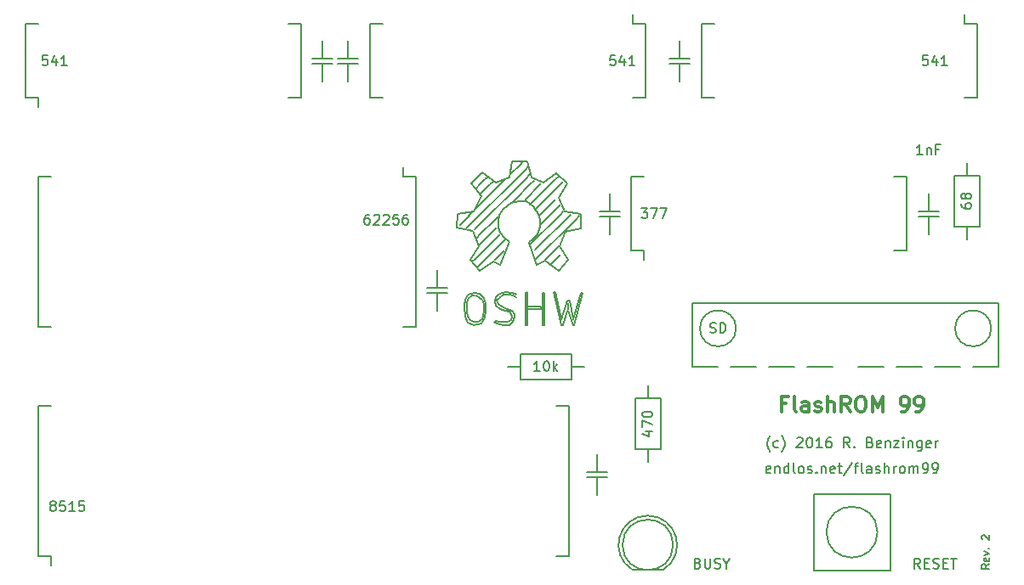
<source format=gto>
G04 #@! TF.FileFunction,Legend,Top*
%FSLAX46Y46*%
G04 Gerber Fmt 4.6, Leading zero omitted, Abs format (unit mm)*
G04 Created by KiCad (PCBNEW 4.0.2+e4-6225~38~ubuntu14.04.1-stable) date Thu 16 Jun 2016 02:06:54 PM CEST*
%MOMM*%
G01*
G04 APERTURE LIST*
%ADD10C,0.100000*%
%ADD11C,0.203200*%
%ADD12C,0.152400*%
%ADD13C,0.300000*%
%ADD14C,0.150000*%
G04 APERTURE END LIST*
D10*
D11*
X169672001Y-99471238D02*
X169575239Y-99519619D01*
X169381716Y-99519619D01*
X169284954Y-99471238D01*
X169236573Y-99374476D01*
X169236573Y-98987429D01*
X169284954Y-98890667D01*
X169381716Y-98842286D01*
X169575239Y-98842286D01*
X169672001Y-98890667D01*
X169720382Y-98987429D01*
X169720382Y-99084190D01*
X169236573Y-99180952D01*
X170155811Y-98842286D02*
X170155811Y-99519619D01*
X170155811Y-98939048D02*
X170204192Y-98890667D01*
X170300954Y-98842286D01*
X170446096Y-98842286D01*
X170542858Y-98890667D01*
X170591239Y-98987429D01*
X170591239Y-99519619D01*
X171510477Y-99519619D02*
X171510477Y-98503619D01*
X171510477Y-99471238D02*
X171413715Y-99519619D01*
X171220192Y-99519619D01*
X171123430Y-99471238D01*
X171075049Y-99422857D01*
X171026668Y-99326095D01*
X171026668Y-99035810D01*
X171075049Y-98939048D01*
X171123430Y-98890667D01*
X171220192Y-98842286D01*
X171413715Y-98842286D01*
X171510477Y-98890667D01*
X172139430Y-99519619D02*
X172042668Y-99471238D01*
X171994287Y-99374476D01*
X171994287Y-98503619D01*
X172671620Y-99519619D02*
X172574858Y-99471238D01*
X172526477Y-99422857D01*
X172478096Y-99326095D01*
X172478096Y-99035810D01*
X172526477Y-98939048D01*
X172574858Y-98890667D01*
X172671620Y-98842286D01*
X172816762Y-98842286D01*
X172913524Y-98890667D01*
X172961905Y-98939048D01*
X173010286Y-99035810D01*
X173010286Y-99326095D01*
X172961905Y-99422857D01*
X172913524Y-99471238D01*
X172816762Y-99519619D01*
X172671620Y-99519619D01*
X173397334Y-99471238D02*
X173494096Y-99519619D01*
X173687620Y-99519619D01*
X173784381Y-99471238D01*
X173832762Y-99374476D01*
X173832762Y-99326095D01*
X173784381Y-99229333D01*
X173687620Y-99180952D01*
X173542477Y-99180952D01*
X173445715Y-99132571D01*
X173397334Y-99035810D01*
X173397334Y-98987429D01*
X173445715Y-98890667D01*
X173542477Y-98842286D01*
X173687620Y-98842286D01*
X173784381Y-98890667D01*
X174268191Y-99422857D02*
X174316572Y-99471238D01*
X174268191Y-99519619D01*
X174219810Y-99471238D01*
X174268191Y-99422857D01*
X174268191Y-99519619D01*
X174752001Y-98842286D02*
X174752001Y-99519619D01*
X174752001Y-98939048D02*
X174800382Y-98890667D01*
X174897144Y-98842286D01*
X175042286Y-98842286D01*
X175139048Y-98890667D01*
X175187429Y-98987429D01*
X175187429Y-99519619D01*
X176058286Y-99471238D02*
X175961524Y-99519619D01*
X175768001Y-99519619D01*
X175671239Y-99471238D01*
X175622858Y-99374476D01*
X175622858Y-98987429D01*
X175671239Y-98890667D01*
X175768001Y-98842286D01*
X175961524Y-98842286D01*
X176058286Y-98890667D01*
X176106667Y-98987429D01*
X176106667Y-99084190D01*
X175622858Y-99180952D01*
X176396953Y-98842286D02*
X176784001Y-98842286D01*
X176542096Y-98503619D02*
X176542096Y-99374476D01*
X176590477Y-99471238D01*
X176687239Y-99519619D01*
X176784001Y-99519619D01*
X177848381Y-98455238D02*
X176977524Y-99761524D01*
X178041905Y-98842286D02*
X178428953Y-98842286D01*
X178187048Y-99519619D02*
X178187048Y-98648762D01*
X178235429Y-98552000D01*
X178332191Y-98503619D01*
X178428953Y-98503619D01*
X178912762Y-99519619D02*
X178816000Y-99471238D01*
X178767619Y-99374476D01*
X178767619Y-98503619D01*
X179735237Y-99519619D02*
X179735237Y-98987429D01*
X179686856Y-98890667D01*
X179590094Y-98842286D01*
X179396571Y-98842286D01*
X179299809Y-98890667D01*
X179735237Y-99471238D02*
X179638475Y-99519619D01*
X179396571Y-99519619D01*
X179299809Y-99471238D01*
X179251428Y-99374476D01*
X179251428Y-99277714D01*
X179299809Y-99180952D01*
X179396571Y-99132571D01*
X179638475Y-99132571D01*
X179735237Y-99084190D01*
X180170666Y-99471238D02*
X180267428Y-99519619D01*
X180460952Y-99519619D01*
X180557713Y-99471238D01*
X180606094Y-99374476D01*
X180606094Y-99326095D01*
X180557713Y-99229333D01*
X180460952Y-99180952D01*
X180315809Y-99180952D01*
X180219047Y-99132571D01*
X180170666Y-99035810D01*
X180170666Y-98987429D01*
X180219047Y-98890667D01*
X180315809Y-98842286D01*
X180460952Y-98842286D01*
X180557713Y-98890667D01*
X181041523Y-99519619D02*
X181041523Y-98503619D01*
X181476951Y-99519619D02*
X181476951Y-98987429D01*
X181428570Y-98890667D01*
X181331808Y-98842286D01*
X181186666Y-98842286D01*
X181089904Y-98890667D01*
X181041523Y-98939048D01*
X181960761Y-99519619D02*
X181960761Y-98842286D01*
X181960761Y-99035810D02*
X182009142Y-98939048D01*
X182057523Y-98890667D01*
X182154285Y-98842286D01*
X182251046Y-98842286D01*
X182734856Y-99519619D02*
X182638094Y-99471238D01*
X182589713Y-99422857D01*
X182541332Y-99326095D01*
X182541332Y-99035810D01*
X182589713Y-98939048D01*
X182638094Y-98890667D01*
X182734856Y-98842286D01*
X182879998Y-98842286D01*
X182976760Y-98890667D01*
X183025141Y-98939048D01*
X183073522Y-99035810D01*
X183073522Y-99326095D01*
X183025141Y-99422857D01*
X182976760Y-99471238D01*
X182879998Y-99519619D01*
X182734856Y-99519619D01*
X183508951Y-99519619D02*
X183508951Y-98842286D01*
X183508951Y-98939048D02*
X183557332Y-98890667D01*
X183654094Y-98842286D01*
X183799236Y-98842286D01*
X183895998Y-98890667D01*
X183944379Y-98987429D01*
X183944379Y-99519619D01*
X183944379Y-98987429D02*
X183992760Y-98890667D01*
X184089522Y-98842286D01*
X184234665Y-98842286D01*
X184331427Y-98890667D01*
X184379808Y-98987429D01*
X184379808Y-99519619D01*
X184911999Y-99519619D02*
X185105523Y-99519619D01*
X185202284Y-99471238D01*
X185250665Y-99422857D01*
X185347427Y-99277714D01*
X185395808Y-99084190D01*
X185395808Y-98697143D01*
X185347427Y-98600381D01*
X185299046Y-98552000D01*
X185202284Y-98503619D01*
X185008761Y-98503619D01*
X184911999Y-98552000D01*
X184863618Y-98600381D01*
X184815237Y-98697143D01*
X184815237Y-98939048D01*
X184863618Y-99035810D01*
X184911999Y-99084190D01*
X185008761Y-99132571D01*
X185202284Y-99132571D01*
X185299046Y-99084190D01*
X185347427Y-99035810D01*
X185395808Y-98939048D01*
X185879618Y-99519619D02*
X186073142Y-99519619D01*
X186169903Y-99471238D01*
X186218284Y-99422857D01*
X186315046Y-99277714D01*
X186363427Y-99084190D01*
X186363427Y-98697143D01*
X186315046Y-98600381D01*
X186266665Y-98552000D01*
X186169903Y-98503619D01*
X185976380Y-98503619D01*
X185879618Y-98552000D01*
X185831237Y-98600381D01*
X185782856Y-98697143D01*
X185782856Y-98939048D01*
X185831237Y-99035810D01*
X185879618Y-99084190D01*
X185976380Y-99132571D01*
X186169903Y-99132571D01*
X186266665Y-99084190D01*
X186315046Y-99035810D01*
X186363427Y-98939048D01*
D12*
X191479714Y-108603143D02*
X191116857Y-108857143D01*
X191479714Y-109038571D02*
X190717714Y-109038571D01*
X190717714Y-108748286D01*
X190754000Y-108675714D01*
X190790286Y-108639429D01*
X190862857Y-108603143D01*
X190971714Y-108603143D01*
X191044286Y-108639429D01*
X191080571Y-108675714D01*
X191116857Y-108748286D01*
X191116857Y-109038571D01*
X191443429Y-107986286D02*
X191479714Y-108058857D01*
X191479714Y-108204000D01*
X191443429Y-108276571D01*
X191370857Y-108312857D01*
X191080571Y-108312857D01*
X191008000Y-108276571D01*
X190971714Y-108204000D01*
X190971714Y-108058857D01*
X191008000Y-107986286D01*
X191080571Y-107950000D01*
X191153143Y-107950000D01*
X191225714Y-108312857D01*
X190971714Y-107696000D02*
X191479714Y-107514571D01*
X190971714Y-107333143D01*
X191407143Y-107042857D02*
X191443429Y-107006572D01*
X191479714Y-107042857D01*
X191443429Y-107079143D01*
X191407143Y-107042857D01*
X191479714Y-107042857D01*
X190790286Y-106135715D02*
X190754000Y-106099429D01*
X190717714Y-106026858D01*
X190717714Y-105845429D01*
X190754000Y-105772858D01*
X190790286Y-105736572D01*
X190862857Y-105700287D01*
X190935429Y-105700287D01*
X191044286Y-105736572D01*
X191479714Y-106172001D01*
X191479714Y-105700287D01*
D11*
X169647810Y-97366667D02*
X169599430Y-97318286D01*
X169502668Y-97173143D01*
X169454287Y-97076381D01*
X169405906Y-96931238D01*
X169357525Y-96689333D01*
X169357525Y-96495810D01*
X169405906Y-96253905D01*
X169454287Y-96108762D01*
X169502668Y-96012000D01*
X169599430Y-95866857D01*
X169647810Y-95818476D01*
X170470286Y-96931238D02*
X170373524Y-96979619D01*
X170180001Y-96979619D01*
X170083239Y-96931238D01*
X170034858Y-96882857D01*
X169986477Y-96786095D01*
X169986477Y-96495810D01*
X170034858Y-96399048D01*
X170083239Y-96350667D01*
X170180001Y-96302286D01*
X170373524Y-96302286D01*
X170470286Y-96350667D01*
X170808953Y-97366667D02*
X170857334Y-97318286D01*
X170954096Y-97173143D01*
X171002477Y-97076381D01*
X171050858Y-96931238D01*
X171099239Y-96689333D01*
X171099239Y-96495810D01*
X171050858Y-96253905D01*
X171002477Y-96108762D01*
X170954096Y-96012000D01*
X170857334Y-95866857D01*
X170808953Y-95818476D01*
X172308762Y-96060381D02*
X172357143Y-96012000D01*
X172453905Y-95963619D01*
X172695809Y-95963619D01*
X172792571Y-96012000D01*
X172840952Y-96060381D01*
X172889333Y-96157143D01*
X172889333Y-96253905D01*
X172840952Y-96399048D01*
X172260381Y-96979619D01*
X172889333Y-96979619D01*
X173518286Y-95963619D02*
X173615047Y-95963619D01*
X173711809Y-96012000D01*
X173760190Y-96060381D01*
X173808571Y-96157143D01*
X173856952Y-96350667D01*
X173856952Y-96592571D01*
X173808571Y-96786095D01*
X173760190Y-96882857D01*
X173711809Y-96931238D01*
X173615047Y-96979619D01*
X173518286Y-96979619D01*
X173421524Y-96931238D01*
X173373143Y-96882857D01*
X173324762Y-96786095D01*
X173276381Y-96592571D01*
X173276381Y-96350667D01*
X173324762Y-96157143D01*
X173373143Y-96060381D01*
X173421524Y-96012000D01*
X173518286Y-95963619D01*
X174824571Y-96979619D02*
X174244000Y-96979619D01*
X174534286Y-96979619D02*
X174534286Y-95963619D01*
X174437524Y-96108762D01*
X174340762Y-96205524D01*
X174244000Y-96253905D01*
X175695428Y-95963619D02*
X175501905Y-95963619D01*
X175405143Y-96012000D01*
X175356762Y-96060381D01*
X175260000Y-96205524D01*
X175211619Y-96399048D01*
X175211619Y-96786095D01*
X175260000Y-96882857D01*
X175308381Y-96931238D01*
X175405143Y-96979619D01*
X175598666Y-96979619D01*
X175695428Y-96931238D01*
X175743809Y-96882857D01*
X175792190Y-96786095D01*
X175792190Y-96544190D01*
X175743809Y-96447429D01*
X175695428Y-96399048D01*
X175598666Y-96350667D01*
X175405143Y-96350667D01*
X175308381Y-96399048D01*
X175260000Y-96447429D01*
X175211619Y-96544190D01*
X177582285Y-96979619D02*
X177243619Y-96495810D01*
X177001714Y-96979619D02*
X177001714Y-95963619D01*
X177388761Y-95963619D01*
X177485523Y-96012000D01*
X177533904Y-96060381D01*
X177582285Y-96157143D01*
X177582285Y-96302286D01*
X177533904Y-96399048D01*
X177485523Y-96447429D01*
X177388761Y-96495810D01*
X177001714Y-96495810D01*
X178017714Y-96882857D02*
X178066095Y-96931238D01*
X178017714Y-96979619D01*
X177969333Y-96931238D01*
X178017714Y-96882857D01*
X178017714Y-96979619D01*
X179614285Y-96447429D02*
X179759428Y-96495810D01*
X179807809Y-96544190D01*
X179856190Y-96640952D01*
X179856190Y-96786095D01*
X179807809Y-96882857D01*
X179759428Y-96931238D01*
X179662666Y-96979619D01*
X179275619Y-96979619D01*
X179275619Y-95963619D01*
X179614285Y-95963619D01*
X179711047Y-96012000D01*
X179759428Y-96060381D01*
X179807809Y-96157143D01*
X179807809Y-96253905D01*
X179759428Y-96350667D01*
X179711047Y-96399048D01*
X179614285Y-96447429D01*
X179275619Y-96447429D01*
X180678666Y-96931238D02*
X180581904Y-96979619D01*
X180388381Y-96979619D01*
X180291619Y-96931238D01*
X180243238Y-96834476D01*
X180243238Y-96447429D01*
X180291619Y-96350667D01*
X180388381Y-96302286D01*
X180581904Y-96302286D01*
X180678666Y-96350667D01*
X180727047Y-96447429D01*
X180727047Y-96544190D01*
X180243238Y-96640952D01*
X181162476Y-96302286D02*
X181162476Y-96979619D01*
X181162476Y-96399048D02*
X181210857Y-96350667D01*
X181307619Y-96302286D01*
X181452761Y-96302286D01*
X181549523Y-96350667D01*
X181597904Y-96447429D01*
X181597904Y-96979619D01*
X181984952Y-96302286D02*
X182517142Y-96302286D01*
X181984952Y-96979619D01*
X182517142Y-96979619D01*
X182904190Y-96979619D02*
X182904190Y-96302286D01*
X182904190Y-95963619D02*
X182855809Y-96012000D01*
X182904190Y-96060381D01*
X182952571Y-96012000D01*
X182904190Y-95963619D01*
X182904190Y-96060381D01*
X183388000Y-96302286D02*
X183388000Y-96979619D01*
X183388000Y-96399048D02*
X183436381Y-96350667D01*
X183533143Y-96302286D01*
X183678285Y-96302286D01*
X183775047Y-96350667D01*
X183823428Y-96447429D01*
X183823428Y-96979619D01*
X184742666Y-96302286D02*
X184742666Y-97124762D01*
X184694285Y-97221524D01*
X184645904Y-97269905D01*
X184549143Y-97318286D01*
X184404000Y-97318286D01*
X184307238Y-97269905D01*
X184742666Y-96931238D02*
X184645904Y-96979619D01*
X184452381Y-96979619D01*
X184355619Y-96931238D01*
X184307238Y-96882857D01*
X184258857Y-96786095D01*
X184258857Y-96495810D01*
X184307238Y-96399048D01*
X184355619Y-96350667D01*
X184452381Y-96302286D01*
X184645904Y-96302286D01*
X184742666Y-96350667D01*
X185613523Y-96931238D02*
X185516761Y-96979619D01*
X185323238Y-96979619D01*
X185226476Y-96931238D01*
X185178095Y-96834476D01*
X185178095Y-96447429D01*
X185226476Y-96350667D01*
X185323238Y-96302286D01*
X185516761Y-96302286D01*
X185613523Y-96350667D01*
X185661904Y-96447429D01*
X185661904Y-96544190D01*
X185178095Y-96640952D01*
X186097333Y-96979619D02*
X186097333Y-96302286D01*
X186097333Y-96495810D02*
X186145714Y-96399048D01*
X186194095Y-96350667D01*
X186290857Y-96302286D01*
X186387618Y-96302286D01*
D13*
X171264286Y-92602857D02*
X170764286Y-92602857D01*
X170764286Y-93388571D02*
X170764286Y-91888571D01*
X171478572Y-91888571D01*
X172264286Y-93388571D02*
X172121428Y-93317143D01*
X172050000Y-93174286D01*
X172050000Y-91888571D01*
X173478571Y-93388571D02*
X173478571Y-92602857D01*
X173407142Y-92460000D01*
X173264285Y-92388571D01*
X172978571Y-92388571D01*
X172835714Y-92460000D01*
X173478571Y-93317143D02*
X173335714Y-93388571D01*
X172978571Y-93388571D01*
X172835714Y-93317143D01*
X172764285Y-93174286D01*
X172764285Y-93031429D01*
X172835714Y-92888571D01*
X172978571Y-92817143D01*
X173335714Y-92817143D01*
X173478571Y-92745714D01*
X174121428Y-93317143D02*
X174264285Y-93388571D01*
X174550000Y-93388571D01*
X174692857Y-93317143D01*
X174764285Y-93174286D01*
X174764285Y-93102857D01*
X174692857Y-92960000D01*
X174550000Y-92888571D01*
X174335714Y-92888571D01*
X174192857Y-92817143D01*
X174121428Y-92674286D01*
X174121428Y-92602857D01*
X174192857Y-92460000D01*
X174335714Y-92388571D01*
X174550000Y-92388571D01*
X174692857Y-92460000D01*
X175407143Y-93388571D02*
X175407143Y-91888571D01*
X176050000Y-93388571D02*
X176050000Y-92602857D01*
X175978571Y-92460000D01*
X175835714Y-92388571D01*
X175621429Y-92388571D01*
X175478571Y-92460000D01*
X175407143Y-92531429D01*
X177621429Y-93388571D02*
X177121429Y-92674286D01*
X176764286Y-93388571D02*
X176764286Y-91888571D01*
X177335714Y-91888571D01*
X177478572Y-91960000D01*
X177550000Y-92031429D01*
X177621429Y-92174286D01*
X177621429Y-92388571D01*
X177550000Y-92531429D01*
X177478572Y-92602857D01*
X177335714Y-92674286D01*
X176764286Y-92674286D01*
X178550000Y-91888571D02*
X178835714Y-91888571D01*
X178978572Y-91960000D01*
X179121429Y-92102857D01*
X179192857Y-92388571D01*
X179192857Y-92888571D01*
X179121429Y-93174286D01*
X178978572Y-93317143D01*
X178835714Y-93388571D01*
X178550000Y-93388571D01*
X178407143Y-93317143D01*
X178264286Y-93174286D01*
X178192857Y-92888571D01*
X178192857Y-92388571D01*
X178264286Y-92102857D01*
X178407143Y-91960000D01*
X178550000Y-91888571D01*
X179835715Y-93388571D02*
X179835715Y-91888571D01*
X180335715Y-92960000D01*
X180835715Y-91888571D01*
X180835715Y-93388571D01*
X182764286Y-93388571D02*
X183050001Y-93388571D01*
X183192858Y-93317143D01*
X183264286Y-93245714D01*
X183407144Y-93031429D01*
X183478572Y-92745714D01*
X183478572Y-92174286D01*
X183407144Y-92031429D01*
X183335715Y-91960000D01*
X183192858Y-91888571D01*
X182907144Y-91888571D01*
X182764286Y-91960000D01*
X182692858Y-92031429D01*
X182621429Y-92174286D01*
X182621429Y-92531429D01*
X182692858Y-92674286D01*
X182764286Y-92745714D01*
X182907144Y-92817143D01*
X183192858Y-92817143D01*
X183335715Y-92745714D01*
X183407144Y-92674286D01*
X183478572Y-92531429D01*
X184192857Y-93388571D02*
X184478572Y-93388571D01*
X184621429Y-93317143D01*
X184692857Y-93245714D01*
X184835715Y-93031429D01*
X184907143Y-92745714D01*
X184907143Y-92174286D01*
X184835715Y-92031429D01*
X184764286Y-91960000D01*
X184621429Y-91888571D01*
X184335715Y-91888571D01*
X184192857Y-91960000D01*
X184121429Y-92031429D01*
X184050000Y-92174286D01*
X184050000Y-92531429D01*
X184121429Y-92674286D01*
X184192857Y-92745714D01*
X184335715Y-92817143D01*
X184621429Y-92817143D01*
X184764286Y-92745714D01*
X184835715Y-92674286D01*
X184907143Y-92531429D01*
D14*
X161925000Y-82550000D02*
X161925000Y-88900000D01*
X192405000Y-82550000D02*
X192405000Y-88900000D01*
X180975000Y-88900000D02*
X178435000Y-88900000D01*
X184785000Y-88900000D02*
X182245000Y-88900000D01*
X188595000Y-88900000D02*
X186055000Y-88900000D01*
X192405000Y-88900000D02*
X189865000Y-88900000D01*
X173355000Y-88900000D02*
X175895000Y-88900000D01*
X169545000Y-88900000D02*
X172085000Y-88900000D01*
X165735000Y-88900000D02*
X168275000Y-88900000D01*
X161925000Y-88900000D02*
X164465000Y-88900000D01*
X161925000Y-82550000D02*
X192405000Y-82550000D01*
X191661051Y-85090000D02*
G75*
G03X191661051Y-85090000I-1796051J0D01*
G01*
X166261051Y-85090000D02*
G75*
G03X166261051Y-85090000I-1796051J0D01*
G01*
X96765000Y-107815000D02*
X98035000Y-107815000D01*
X96765000Y-92845000D02*
X98035000Y-92845000D01*
X149615000Y-92845000D02*
X148345000Y-92845000D01*
X149615000Y-107815000D02*
X148345000Y-107815000D01*
X96765000Y-107815000D02*
X96765000Y-92845000D01*
X149615000Y-107815000D02*
X149615000Y-92845000D01*
X98035000Y-107815000D02*
X98035000Y-108750000D01*
X155820000Y-77335000D02*
X157090000Y-77335000D01*
X155820000Y-69985000D02*
X157090000Y-69985000D01*
X183270000Y-69985000D02*
X182000000Y-69985000D01*
X183270000Y-77335000D02*
X182000000Y-77335000D01*
X155820000Y-77335000D02*
X155820000Y-69985000D01*
X183270000Y-77335000D02*
X183270000Y-69985000D01*
X157090000Y-77335000D02*
X157090000Y-78270000D01*
X124079000Y-58166000D02*
X126111000Y-58166000D01*
X124079000Y-58674000D02*
X125857000Y-58674000D01*
X125857000Y-58674000D02*
X126111000Y-58674000D01*
X125095000Y-58166000D02*
X125095000Y-56388000D01*
X125095000Y-60452000D02*
X125095000Y-58674000D01*
X157235000Y-54745000D02*
X155965000Y-54745000D01*
X157235000Y-62095000D02*
X155965000Y-62095000D01*
X129785000Y-62095000D02*
X131055000Y-62095000D01*
X129785000Y-54745000D02*
X131055000Y-54745000D01*
X157235000Y-54745000D02*
X157235000Y-62095000D01*
X129785000Y-54745000D02*
X129785000Y-62095000D01*
X155965000Y-54745000D02*
X155965000Y-53810000D01*
X159004904Y-109164888D02*
G75*
G03X155980000Y-109180000I-1524904J2484888D01*
G01*
X158980000Y-109180000D02*
X155980000Y-109180000D01*
X159997936Y-106680000D02*
G75*
G03X159997936Y-106680000I-2517936J0D01*
G01*
X180340000Y-105410000D02*
G75*
G03X180340000Y-105410000I-2540000J0D01*
G01*
X181610000Y-109220000D02*
X173990000Y-109220000D01*
X173990000Y-109220000D02*
X173990000Y-101600000D01*
X173990000Y-101600000D02*
X181610000Y-101600000D01*
X181610000Y-109220000D02*
X181610000Y-101600000D01*
X190255000Y-54745000D02*
X188985000Y-54745000D01*
X190255000Y-62095000D02*
X188985000Y-62095000D01*
X162805000Y-62095000D02*
X164075000Y-62095000D01*
X162805000Y-54745000D02*
X164075000Y-54745000D01*
X190255000Y-54745000D02*
X190255000Y-62095000D01*
X162805000Y-54745000D02*
X162805000Y-62095000D01*
X188985000Y-54745000D02*
X188985000Y-53810000D01*
X95495000Y-62095000D02*
X96765000Y-62095000D01*
X95495000Y-54745000D02*
X96765000Y-54745000D01*
X122945000Y-54745000D02*
X121675000Y-54745000D01*
X122945000Y-62095000D02*
X121675000Y-62095000D01*
X95495000Y-62095000D02*
X95495000Y-54745000D01*
X122945000Y-62095000D02*
X122945000Y-54745000D01*
X96765000Y-62095000D02*
X96765000Y-63030000D01*
X134375000Y-69985000D02*
X133105000Y-69985000D01*
X134375000Y-84955000D02*
X133105000Y-84955000D01*
X96765000Y-84955000D02*
X98035000Y-84955000D01*
X96765000Y-69985000D02*
X98035000Y-69985000D01*
X134375000Y-69985000D02*
X134375000Y-84955000D01*
X96765000Y-69985000D02*
X96765000Y-84955000D01*
X133105000Y-69985000D02*
X133105000Y-69050000D01*
X128651000Y-58674000D02*
X126619000Y-58674000D01*
X128651000Y-58166000D02*
X126873000Y-58166000D01*
X126873000Y-58166000D02*
X126619000Y-58166000D01*
X127635000Y-58674000D02*
X127635000Y-60452000D01*
X127635000Y-56388000D02*
X127635000Y-58166000D01*
X161671000Y-58674000D02*
X159639000Y-58674000D01*
X161671000Y-58166000D02*
X159893000Y-58166000D01*
X159893000Y-58166000D02*
X159639000Y-58166000D01*
X160655000Y-58674000D02*
X160655000Y-60452000D01*
X160655000Y-56388000D02*
X160655000Y-58166000D01*
X152654000Y-73406000D02*
X154686000Y-73406000D01*
X152654000Y-73914000D02*
X154432000Y-73914000D01*
X154432000Y-73914000D02*
X154686000Y-73914000D01*
X153670000Y-73406000D02*
X153670000Y-71628000D01*
X153670000Y-75692000D02*
X153670000Y-73914000D01*
X137541000Y-81534000D02*
X135509000Y-81534000D01*
X137541000Y-81026000D02*
X135763000Y-81026000D01*
X135763000Y-81026000D02*
X135509000Y-81026000D01*
X136525000Y-81534000D02*
X136525000Y-83312000D01*
X136525000Y-79248000D02*
X136525000Y-81026000D01*
X153416000Y-99949000D02*
X151384000Y-99949000D01*
X153416000Y-99441000D02*
X151638000Y-99441000D01*
X151638000Y-99441000D02*
X151384000Y-99441000D01*
X152400000Y-99949000D02*
X152400000Y-101727000D01*
X152400000Y-97663000D02*
X152400000Y-99441000D01*
X186436000Y-73914000D02*
X184404000Y-73914000D01*
X186436000Y-73406000D02*
X184658000Y-73406000D01*
X184658000Y-73406000D02*
X184404000Y-73406000D01*
X185420000Y-73914000D02*
X185420000Y-75692000D01*
X185420000Y-71628000D02*
X185420000Y-73406000D01*
X145280380Y-69245480D02*
X139379960Y-75145900D01*
X139679680Y-73845420D02*
X140180060Y-73345040D01*
X144279620Y-72245220D02*
X143979900Y-72544940D01*
X142280640Y-75244960D02*
X142478760Y-75044300D01*
X141279880Y-70246240D02*
X141480540Y-70045580D01*
X140779500Y-70744080D02*
X140380720Y-71145400D01*
X141780260Y-70744080D02*
X142079980Y-70444360D01*
X142781020Y-70744080D02*
X143278860Y-70246240D01*
X144780000Y-68745100D02*
X144980660Y-68544440D01*
X145280380Y-69245480D02*
X145580100Y-68945760D01*
X145280380Y-70246240D02*
X145780760Y-69745860D01*
X146778980Y-70744080D02*
X146880580Y-70645020D01*
X145780760Y-70744080D02*
X146179540Y-70345300D01*
X148280120Y-70246240D02*
X148579840Y-69943980D01*
X148780500Y-70744080D02*
X149080220Y-70444360D01*
X140779500Y-75745340D02*
X140479780Y-76045060D01*
X142280640Y-74244200D02*
X142580360Y-73944480D01*
X140180060Y-78244700D02*
X139979400Y-78445360D01*
X142280640Y-76245720D02*
X142781020Y-75745340D01*
X140779500Y-78745080D02*
X140578840Y-78945740D01*
X142781020Y-76746100D02*
X143278860Y-76245720D01*
X142781020Y-77744320D02*
X143179800Y-77345540D01*
X148280120Y-73245980D02*
X148780500Y-72745600D01*
X148780500Y-73743820D02*
X149080220Y-73444100D01*
X148280120Y-77243940D02*
X148678900Y-76845160D01*
X150279100Y-74244200D02*
X150680420Y-73845420D01*
X148780500Y-77744320D02*
X147779740Y-78745080D01*
X148280120Y-77243940D02*
X147279360Y-78244700D01*
X150279100Y-74244200D02*
X146281140Y-78244700D01*
X149781260Y-73743820D02*
X146281140Y-77243940D01*
X148780500Y-73743820D02*
X145780760Y-76746100D01*
X142781020Y-77744320D02*
X142280640Y-78244700D01*
X142781020Y-76746100D02*
X140779500Y-78745080D01*
X142280640Y-76245720D02*
X140279120Y-78244700D01*
X142280640Y-75244960D02*
X140779500Y-76746100D01*
X142280640Y-74244200D02*
X140779500Y-75745340D01*
X144780000Y-68745100D02*
X143779240Y-69745860D01*
X141279880Y-70246240D02*
X140779500Y-70744080D01*
X141780260Y-70744080D02*
X140779500Y-71744840D01*
X139778740Y-73743820D02*
X138780520Y-74744580D01*
X142781020Y-70744080D02*
X140279120Y-73245980D01*
X145280380Y-70246240D02*
X140279120Y-75244960D01*
X148280120Y-73245980D02*
X146778980Y-74744580D01*
X148280120Y-72245220D02*
X146778980Y-73743820D01*
X145780760Y-70744080D02*
X144279620Y-72245220D01*
X148780500Y-70744080D02*
X146281140Y-73245980D01*
X148280120Y-70246240D02*
X145780760Y-72745600D01*
X146778980Y-70744080D02*
X145280380Y-72245220D01*
X149580600Y-82544920D02*
X149580600Y-83144360D01*
X148079460Y-81445100D02*
X148879560Y-84744560D01*
X148879560Y-84744560D02*
X149080220Y-84744560D01*
X149080220Y-84744560D02*
X149479000Y-83345020D01*
X149479000Y-83345020D02*
X149580600Y-83345020D01*
X149580600Y-83345020D02*
X150080980Y-84744560D01*
X150080980Y-84744560D02*
X150180040Y-84744560D01*
X150180040Y-84744560D02*
X150980140Y-81544160D01*
X150980140Y-81544160D02*
X150779480Y-81544160D01*
X150779480Y-81544160D02*
X150080980Y-84145120D01*
X150080980Y-84145120D02*
X149679660Y-82344260D01*
X149679660Y-82344260D02*
X149479000Y-82344260D01*
X149479000Y-82344260D02*
X148879560Y-84145120D01*
X148879560Y-84145120D02*
X148280120Y-81445100D01*
X148280120Y-81445100D02*
X148079460Y-81445100D01*
X145379440Y-82946240D02*
X146880580Y-82946240D01*
X146880580Y-82946240D02*
X146880580Y-83144360D01*
X146880580Y-83144360D02*
X145481040Y-83144360D01*
X146979640Y-81544160D02*
X146979640Y-84744560D01*
X146979640Y-84744560D02*
X147180300Y-84744560D01*
X147180300Y-84744560D02*
X147180300Y-81544160D01*
X147180300Y-81544160D02*
X146979640Y-81544160D01*
X145481040Y-81445100D02*
X145379440Y-81445100D01*
X145280380Y-81445100D02*
X145280380Y-84744560D01*
X145280380Y-84744560D02*
X145481040Y-84744560D01*
X145481040Y-84744560D02*
X145481040Y-81445100D01*
X144381220Y-81744820D02*
X144279620Y-81645760D01*
X144279620Y-81645760D02*
X143880840Y-81544160D01*
X143880840Y-81544160D02*
X143380460Y-81445100D01*
X143380460Y-81445100D02*
X142679420Y-81645760D01*
X142679420Y-81645760D02*
X142379700Y-81945480D01*
X142379700Y-81945480D02*
X142280640Y-82445860D01*
X142280640Y-82445860D02*
X142379700Y-82844640D01*
X142379700Y-82844640D02*
X142781020Y-83144360D01*
X142781020Y-83144360D02*
X143278860Y-83345020D01*
X143278860Y-83345020D02*
X143680180Y-83444080D01*
X143680180Y-83444080D02*
X143880840Y-83644740D01*
X143880840Y-83644740D02*
X143979900Y-83944460D01*
X143979900Y-83944460D02*
X143880840Y-84244180D01*
X143880840Y-84244180D02*
X143581120Y-84444840D01*
X143581120Y-84444840D02*
X143179800Y-84444840D01*
X143179800Y-84444840D02*
X142679420Y-84444840D01*
X142679420Y-84444840D02*
X142379700Y-84345780D01*
X142379700Y-84345780D02*
X142179040Y-84444840D01*
X142179040Y-84444840D02*
X142478760Y-84645500D01*
X142478760Y-84645500D02*
X143080740Y-84744560D01*
X143080740Y-84744560D02*
X143680180Y-84744560D01*
X143680180Y-84744560D02*
X144078960Y-84444840D01*
X144078960Y-84444840D02*
X144180560Y-83944460D01*
X144180560Y-83944460D02*
X144180560Y-83644740D01*
X144180560Y-83644740D02*
X143979900Y-83345020D01*
X143979900Y-83345020D02*
X143479520Y-83144360D01*
X143479520Y-83144360D02*
X142979140Y-82946240D01*
X142979140Y-82946240D02*
X142580360Y-82643980D01*
X142580360Y-82643980D02*
X142478760Y-82344260D01*
X142478760Y-82344260D02*
X142679420Y-82044540D01*
X142679420Y-82044540D02*
X143080740Y-81744820D01*
X143080740Y-81744820D02*
X143680180Y-81744820D01*
X143680180Y-81744820D02*
X144078960Y-81843880D01*
X144078960Y-81843880D02*
X144381220Y-81945480D01*
X140279120Y-81843880D02*
X139979400Y-81843880D01*
X139979400Y-81843880D02*
X139580620Y-82146140D01*
X139580620Y-82146140D02*
X139479020Y-82643980D01*
X139479020Y-82643980D02*
X139479020Y-83444080D01*
X139479020Y-83444080D02*
X139580620Y-83944460D01*
X139580620Y-83944460D02*
X139778740Y-84244180D01*
X139778740Y-84244180D02*
X140180060Y-84444840D01*
X140180060Y-84444840D02*
X140578840Y-84444840D01*
X140578840Y-84444840D02*
X140980160Y-84145120D01*
X140980160Y-84145120D02*
X141180820Y-83444080D01*
X141180820Y-83444080D02*
X141180820Y-82643980D01*
X141180820Y-82643980D02*
X140980160Y-82245200D01*
X140980160Y-82245200D02*
X140779500Y-82044540D01*
X140779500Y-82044540D02*
X140380720Y-81843880D01*
X140279120Y-81544160D02*
X139880340Y-81645760D01*
X139880340Y-81645760D02*
X139580620Y-81744820D01*
X139580620Y-81744820D02*
X139280900Y-82245200D01*
X139280900Y-82245200D02*
X139179300Y-82844640D01*
X139179300Y-82844640D02*
X139280900Y-83944460D01*
X139280900Y-83944460D02*
X139580620Y-84543900D01*
X139580620Y-84543900D02*
X140180060Y-84744560D01*
X140180060Y-84744560D02*
X140881100Y-84645500D01*
X140881100Y-84645500D02*
X141279880Y-84046060D01*
X141279880Y-84046060D02*
X141378940Y-83345020D01*
X141378940Y-83345020D02*
X141378940Y-82643980D01*
X141378940Y-82643980D02*
X141180820Y-82044540D01*
X141180820Y-82044540D02*
X140779500Y-81645760D01*
X140779500Y-81645760D02*
X140279120Y-81544160D01*
X143680180Y-76446380D02*
X143179800Y-76045060D01*
X143179800Y-76045060D02*
X142781020Y-75544680D01*
X142781020Y-75544680D02*
X142580360Y-75044300D01*
X142580360Y-75044300D02*
X142580360Y-74345800D01*
X142580360Y-74345800D02*
X142681960Y-73746360D01*
X142681960Y-73746360D02*
X143080740Y-73144380D01*
X143080740Y-73144380D02*
X143880840Y-72544940D01*
X143880840Y-72544940D02*
X144680940Y-72445880D01*
X144680940Y-72445880D02*
X145381980Y-72445880D01*
X145381980Y-72445880D02*
X146080480Y-72946260D01*
X146080480Y-72946260D02*
X146580860Y-73644760D01*
X146580860Y-73644760D02*
X146781520Y-74244200D01*
X146781520Y-74244200D02*
X146781520Y-74945240D01*
X146781520Y-74945240D02*
X146481800Y-75745340D01*
X146481800Y-75745340D02*
X145981420Y-76245720D01*
X145981420Y-76245720D02*
X145681700Y-76446380D01*
X145681700Y-76545440D02*
X146431000Y-78795880D01*
X146431000Y-78795880D02*
X147281900Y-78346300D01*
X147281900Y-78346300D02*
X148579840Y-79344520D01*
X148579840Y-79344520D02*
X149580600Y-78244700D01*
X149580600Y-78244700D02*
X148681440Y-76944220D01*
X148681440Y-76944220D02*
X149181820Y-75646280D01*
X149181820Y-75646280D02*
X149181820Y-75445620D01*
X149181820Y-75445620D02*
X150782020Y-75145900D01*
X150782020Y-75145900D02*
X150782020Y-73644760D01*
X150782020Y-73644760D02*
X149181820Y-73446640D01*
X149181820Y-73446640D02*
X148579840Y-72044560D01*
X148579840Y-72044560D02*
X149481540Y-70645020D01*
X149481540Y-70645020D02*
X148381720Y-69644260D01*
X148381720Y-69644260D02*
X147081240Y-70545960D01*
X147081240Y-70545960D02*
X145879820Y-70045580D01*
X145879820Y-70045580D02*
X145481040Y-68445380D01*
X145481040Y-68445380D02*
X143979900Y-68445380D01*
X143979900Y-68445380D02*
X143680180Y-70045580D01*
X143680180Y-70045580D02*
X142379700Y-70545960D01*
X142379700Y-70545960D02*
X140980160Y-69545200D01*
X140980160Y-69545200D02*
X139880340Y-70645020D01*
X139880340Y-70645020D02*
X140881100Y-71945500D01*
X140881100Y-71945500D02*
X140180060Y-73446640D01*
X140180060Y-73446640D02*
X138579860Y-73644760D01*
X138579860Y-73644760D02*
X138480800Y-75044300D01*
X138480800Y-75044300D02*
X140081000Y-75346560D01*
X140081000Y-75346560D02*
X140680440Y-76944220D01*
X140680440Y-76944220D02*
X139781280Y-78244700D01*
X139781280Y-78244700D02*
X140782040Y-79344520D01*
X140782040Y-79344520D02*
X142079980Y-78445360D01*
X142079980Y-78445360D02*
X142781020Y-78745080D01*
X142781020Y-78745080D02*
X143680180Y-76446380D01*
X187960000Y-74930000D02*
X187960000Y-69850000D01*
X187960000Y-69850000D02*
X190500000Y-69850000D01*
X190500000Y-69850000D02*
X190500000Y-74930000D01*
X190500000Y-74930000D02*
X187960000Y-74930000D01*
X189230000Y-74930000D02*
X189230000Y-76200000D01*
X189230000Y-69850000D02*
X189230000Y-68580000D01*
X156210000Y-97155000D02*
X156210000Y-92075000D01*
X156210000Y-92075000D02*
X158750000Y-92075000D01*
X158750000Y-92075000D02*
X158750000Y-97155000D01*
X158750000Y-97155000D02*
X156210000Y-97155000D01*
X157480000Y-97155000D02*
X157480000Y-98425000D01*
X157480000Y-92075000D02*
X157480000Y-90805000D01*
X144780000Y-87630000D02*
X149860000Y-87630000D01*
X149860000Y-87630000D02*
X149860000Y-90170000D01*
X149860000Y-90170000D02*
X144780000Y-90170000D01*
X144780000Y-90170000D02*
X144780000Y-87630000D01*
X144780000Y-88900000D02*
X143510000Y-88900000D01*
X149860000Y-88900000D02*
X151130000Y-88900000D01*
X163679286Y-85494762D02*
X163822143Y-85542381D01*
X164060239Y-85542381D01*
X164155477Y-85494762D01*
X164203096Y-85447143D01*
X164250715Y-85351905D01*
X164250715Y-85256667D01*
X164203096Y-85161429D01*
X164155477Y-85113810D01*
X164060239Y-85066190D01*
X163869762Y-85018571D01*
X163774524Y-84970952D01*
X163726905Y-84923333D01*
X163679286Y-84828095D01*
X163679286Y-84732857D01*
X163726905Y-84637619D01*
X163774524Y-84590000D01*
X163869762Y-84542381D01*
X164107858Y-84542381D01*
X164250715Y-84590000D01*
X164679286Y-85542381D02*
X164679286Y-84542381D01*
X164917381Y-84542381D01*
X165060239Y-84590000D01*
X165155477Y-84685238D01*
X165203096Y-84780476D01*
X165250715Y-84970952D01*
X165250715Y-85113810D01*
X165203096Y-85304286D01*
X165155477Y-85399524D01*
X165060239Y-85494762D01*
X164917381Y-85542381D01*
X164679286Y-85542381D01*
X98171190Y-102750952D02*
X98075952Y-102703333D01*
X98028333Y-102655714D01*
X97980714Y-102560476D01*
X97980714Y-102512857D01*
X98028333Y-102417619D01*
X98075952Y-102370000D01*
X98171190Y-102322381D01*
X98361667Y-102322381D01*
X98456905Y-102370000D01*
X98504524Y-102417619D01*
X98552143Y-102512857D01*
X98552143Y-102560476D01*
X98504524Y-102655714D01*
X98456905Y-102703333D01*
X98361667Y-102750952D01*
X98171190Y-102750952D01*
X98075952Y-102798571D01*
X98028333Y-102846190D01*
X97980714Y-102941429D01*
X97980714Y-103131905D01*
X98028333Y-103227143D01*
X98075952Y-103274762D01*
X98171190Y-103322381D01*
X98361667Y-103322381D01*
X98456905Y-103274762D01*
X98504524Y-103227143D01*
X98552143Y-103131905D01*
X98552143Y-102941429D01*
X98504524Y-102846190D01*
X98456905Y-102798571D01*
X98361667Y-102750952D01*
X99456905Y-102322381D02*
X98980714Y-102322381D01*
X98933095Y-102798571D01*
X98980714Y-102750952D01*
X99075952Y-102703333D01*
X99314048Y-102703333D01*
X99409286Y-102750952D01*
X99456905Y-102798571D01*
X99504524Y-102893810D01*
X99504524Y-103131905D01*
X99456905Y-103227143D01*
X99409286Y-103274762D01*
X99314048Y-103322381D01*
X99075952Y-103322381D01*
X98980714Y-103274762D01*
X98933095Y-103227143D01*
X100456905Y-103322381D02*
X99885476Y-103322381D01*
X100171190Y-103322381D02*
X100171190Y-102322381D01*
X100075952Y-102465238D01*
X99980714Y-102560476D01*
X99885476Y-102608095D01*
X101361667Y-102322381D02*
X100885476Y-102322381D01*
X100837857Y-102798571D01*
X100885476Y-102750952D01*
X100980714Y-102703333D01*
X101218810Y-102703333D01*
X101314048Y-102750952D01*
X101361667Y-102798571D01*
X101409286Y-102893810D01*
X101409286Y-103131905D01*
X101361667Y-103227143D01*
X101314048Y-103274762D01*
X101218810Y-103322381D01*
X100980714Y-103322381D01*
X100885476Y-103274762D01*
X100837857Y-103227143D01*
X156829286Y-73112381D02*
X157448334Y-73112381D01*
X157115000Y-73493333D01*
X157257858Y-73493333D01*
X157353096Y-73540952D01*
X157400715Y-73588571D01*
X157448334Y-73683810D01*
X157448334Y-73921905D01*
X157400715Y-74017143D01*
X157353096Y-74064762D01*
X157257858Y-74112381D01*
X156972143Y-74112381D01*
X156876905Y-74064762D01*
X156829286Y-74017143D01*
X157781667Y-73112381D02*
X158448334Y-73112381D01*
X158019762Y-74112381D01*
X158734048Y-73112381D02*
X159400715Y-73112381D01*
X158972143Y-74112381D01*
X154225715Y-57872381D02*
X153749524Y-57872381D01*
X153701905Y-58348571D01*
X153749524Y-58300952D01*
X153844762Y-58253333D01*
X154082858Y-58253333D01*
X154178096Y-58300952D01*
X154225715Y-58348571D01*
X154273334Y-58443810D01*
X154273334Y-58681905D01*
X154225715Y-58777143D01*
X154178096Y-58824762D01*
X154082858Y-58872381D01*
X153844762Y-58872381D01*
X153749524Y-58824762D01*
X153701905Y-58777143D01*
X155130477Y-58205714D02*
X155130477Y-58872381D01*
X154892381Y-57824762D02*
X154654286Y-58539048D01*
X155273334Y-58539048D01*
X156178096Y-58872381D02*
X155606667Y-58872381D01*
X155892381Y-58872381D02*
X155892381Y-57872381D01*
X155797143Y-58015238D01*
X155701905Y-58110476D01*
X155606667Y-58158095D01*
X162472858Y-108513571D02*
X162615715Y-108561190D01*
X162663334Y-108608810D01*
X162710953Y-108704048D01*
X162710953Y-108846905D01*
X162663334Y-108942143D01*
X162615715Y-108989762D01*
X162520477Y-109037381D01*
X162139524Y-109037381D01*
X162139524Y-108037381D01*
X162472858Y-108037381D01*
X162568096Y-108085000D01*
X162615715Y-108132619D01*
X162663334Y-108227857D01*
X162663334Y-108323095D01*
X162615715Y-108418333D01*
X162568096Y-108465952D01*
X162472858Y-108513571D01*
X162139524Y-108513571D01*
X163139524Y-108037381D02*
X163139524Y-108846905D01*
X163187143Y-108942143D01*
X163234762Y-108989762D01*
X163330000Y-109037381D01*
X163520477Y-109037381D01*
X163615715Y-108989762D01*
X163663334Y-108942143D01*
X163710953Y-108846905D01*
X163710953Y-108037381D01*
X164139524Y-108989762D02*
X164282381Y-109037381D01*
X164520477Y-109037381D01*
X164615715Y-108989762D01*
X164663334Y-108942143D01*
X164710953Y-108846905D01*
X164710953Y-108751667D01*
X164663334Y-108656429D01*
X164615715Y-108608810D01*
X164520477Y-108561190D01*
X164330000Y-108513571D01*
X164234762Y-108465952D01*
X164187143Y-108418333D01*
X164139524Y-108323095D01*
X164139524Y-108227857D01*
X164187143Y-108132619D01*
X164234762Y-108085000D01*
X164330000Y-108037381D01*
X164568096Y-108037381D01*
X164710953Y-108085000D01*
X165330000Y-108561190D02*
X165330000Y-109037381D01*
X164996667Y-108037381D02*
X165330000Y-108561190D01*
X165663334Y-108037381D01*
X184602619Y-109037381D02*
X184269285Y-108561190D01*
X184031190Y-109037381D02*
X184031190Y-108037381D01*
X184412143Y-108037381D01*
X184507381Y-108085000D01*
X184555000Y-108132619D01*
X184602619Y-108227857D01*
X184602619Y-108370714D01*
X184555000Y-108465952D01*
X184507381Y-108513571D01*
X184412143Y-108561190D01*
X184031190Y-108561190D01*
X185031190Y-108513571D02*
X185364524Y-108513571D01*
X185507381Y-109037381D02*
X185031190Y-109037381D01*
X185031190Y-108037381D01*
X185507381Y-108037381D01*
X185888333Y-108989762D02*
X186031190Y-109037381D01*
X186269286Y-109037381D01*
X186364524Y-108989762D01*
X186412143Y-108942143D01*
X186459762Y-108846905D01*
X186459762Y-108751667D01*
X186412143Y-108656429D01*
X186364524Y-108608810D01*
X186269286Y-108561190D01*
X186078809Y-108513571D01*
X185983571Y-108465952D01*
X185935952Y-108418333D01*
X185888333Y-108323095D01*
X185888333Y-108227857D01*
X185935952Y-108132619D01*
X185983571Y-108085000D01*
X186078809Y-108037381D01*
X186316905Y-108037381D01*
X186459762Y-108085000D01*
X186888333Y-108513571D02*
X187221667Y-108513571D01*
X187364524Y-109037381D02*
X186888333Y-109037381D01*
X186888333Y-108037381D01*
X187364524Y-108037381D01*
X187650238Y-108037381D02*
X188221667Y-108037381D01*
X187935952Y-109037381D02*
X187935952Y-108037381D01*
X185340715Y-57872381D02*
X184864524Y-57872381D01*
X184816905Y-58348571D01*
X184864524Y-58300952D01*
X184959762Y-58253333D01*
X185197858Y-58253333D01*
X185293096Y-58300952D01*
X185340715Y-58348571D01*
X185388334Y-58443810D01*
X185388334Y-58681905D01*
X185340715Y-58777143D01*
X185293096Y-58824762D01*
X185197858Y-58872381D01*
X184959762Y-58872381D01*
X184864524Y-58824762D01*
X184816905Y-58777143D01*
X186245477Y-58205714D02*
X186245477Y-58872381D01*
X186007381Y-57824762D02*
X185769286Y-58539048D01*
X186388334Y-58539048D01*
X187293096Y-58872381D02*
X186721667Y-58872381D01*
X187007381Y-58872381D02*
X187007381Y-57872381D01*
X186912143Y-58015238D01*
X186816905Y-58110476D01*
X186721667Y-58158095D01*
X97710715Y-57872381D02*
X97234524Y-57872381D01*
X97186905Y-58348571D01*
X97234524Y-58300952D01*
X97329762Y-58253333D01*
X97567858Y-58253333D01*
X97663096Y-58300952D01*
X97710715Y-58348571D01*
X97758334Y-58443810D01*
X97758334Y-58681905D01*
X97710715Y-58777143D01*
X97663096Y-58824762D01*
X97567858Y-58872381D01*
X97329762Y-58872381D01*
X97234524Y-58824762D01*
X97186905Y-58777143D01*
X98615477Y-58205714D02*
X98615477Y-58872381D01*
X98377381Y-57824762D02*
X98139286Y-58539048D01*
X98758334Y-58539048D01*
X99663096Y-58872381D02*
X99091667Y-58872381D01*
X99377381Y-58872381D02*
X99377381Y-57872381D01*
X99282143Y-58015238D01*
X99186905Y-58110476D01*
X99091667Y-58158095D01*
X129730715Y-73747381D02*
X129540238Y-73747381D01*
X129445000Y-73795000D01*
X129397381Y-73842619D01*
X129302143Y-73985476D01*
X129254524Y-74175952D01*
X129254524Y-74556905D01*
X129302143Y-74652143D01*
X129349762Y-74699762D01*
X129445000Y-74747381D01*
X129635477Y-74747381D01*
X129730715Y-74699762D01*
X129778334Y-74652143D01*
X129825953Y-74556905D01*
X129825953Y-74318810D01*
X129778334Y-74223571D01*
X129730715Y-74175952D01*
X129635477Y-74128333D01*
X129445000Y-74128333D01*
X129349762Y-74175952D01*
X129302143Y-74223571D01*
X129254524Y-74318810D01*
X130206905Y-73842619D02*
X130254524Y-73795000D01*
X130349762Y-73747381D01*
X130587858Y-73747381D01*
X130683096Y-73795000D01*
X130730715Y-73842619D01*
X130778334Y-73937857D01*
X130778334Y-74033095D01*
X130730715Y-74175952D01*
X130159286Y-74747381D01*
X130778334Y-74747381D01*
X131159286Y-73842619D02*
X131206905Y-73795000D01*
X131302143Y-73747381D01*
X131540239Y-73747381D01*
X131635477Y-73795000D01*
X131683096Y-73842619D01*
X131730715Y-73937857D01*
X131730715Y-74033095D01*
X131683096Y-74175952D01*
X131111667Y-74747381D01*
X131730715Y-74747381D01*
X132635477Y-73747381D02*
X132159286Y-73747381D01*
X132111667Y-74223571D01*
X132159286Y-74175952D01*
X132254524Y-74128333D01*
X132492620Y-74128333D01*
X132587858Y-74175952D01*
X132635477Y-74223571D01*
X132683096Y-74318810D01*
X132683096Y-74556905D01*
X132635477Y-74652143D01*
X132587858Y-74699762D01*
X132492620Y-74747381D01*
X132254524Y-74747381D01*
X132159286Y-74699762D01*
X132111667Y-74652143D01*
X133540239Y-73747381D02*
X133349762Y-73747381D01*
X133254524Y-73795000D01*
X133206905Y-73842619D01*
X133111667Y-73985476D01*
X133064048Y-74175952D01*
X133064048Y-74556905D01*
X133111667Y-74652143D01*
X133159286Y-74699762D01*
X133254524Y-74747381D01*
X133445001Y-74747381D01*
X133540239Y-74699762D01*
X133587858Y-74652143D01*
X133635477Y-74556905D01*
X133635477Y-74318810D01*
X133587858Y-74223571D01*
X133540239Y-74175952D01*
X133445001Y-74128333D01*
X133254524Y-74128333D01*
X133159286Y-74175952D01*
X133111667Y-74223571D01*
X133064048Y-74318810D01*
X184824762Y-67762381D02*
X184253333Y-67762381D01*
X184539047Y-67762381D02*
X184539047Y-66762381D01*
X184443809Y-66905238D01*
X184348571Y-67000476D01*
X184253333Y-67048095D01*
X185253333Y-67095714D02*
X185253333Y-67762381D01*
X185253333Y-67190952D02*
X185300952Y-67143333D01*
X185396190Y-67095714D01*
X185539048Y-67095714D01*
X185634286Y-67143333D01*
X185681905Y-67238571D01*
X185681905Y-67762381D01*
X186491429Y-67238571D02*
X186158095Y-67238571D01*
X186158095Y-67762381D02*
X186158095Y-66762381D01*
X186634286Y-66762381D01*
X188682381Y-72675714D02*
X188682381Y-72866191D01*
X188730000Y-72961429D01*
X188777619Y-73009048D01*
X188920476Y-73104286D01*
X189110952Y-73151905D01*
X189491905Y-73151905D01*
X189587143Y-73104286D01*
X189634762Y-73056667D01*
X189682381Y-72961429D01*
X189682381Y-72770952D01*
X189634762Y-72675714D01*
X189587143Y-72628095D01*
X189491905Y-72580476D01*
X189253810Y-72580476D01*
X189158571Y-72628095D01*
X189110952Y-72675714D01*
X189063333Y-72770952D01*
X189063333Y-72961429D01*
X189110952Y-73056667D01*
X189158571Y-73104286D01*
X189253810Y-73151905D01*
X189110952Y-72009048D02*
X189063333Y-72104286D01*
X189015714Y-72151905D01*
X188920476Y-72199524D01*
X188872857Y-72199524D01*
X188777619Y-72151905D01*
X188730000Y-72104286D01*
X188682381Y-72009048D01*
X188682381Y-71818571D01*
X188730000Y-71723333D01*
X188777619Y-71675714D01*
X188872857Y-71628095D01*
X188920476Y-71628095D01*
X189015714Y-71675714D01*
X189063333Y-71723333D01*
X189110952Y-71818571D01*
X189110952Y-72009048D01*
X189158571Y-72104286D01*
X189206190Y-72151905D01*
X189301429Y-72199524D01*
X189491905Y-72199524D01*
X189587143Y-72151905D01*
X189634762Y-72104286D01*
X189682381Y-72009048D01*
X189682381Y-71818571D01*
X189634762Y-71723333D01*
X189587143Y-71675714D01*
X189491905Y-71628095D01*
X189301429Y-71628095D01*
X189206190Y-71675714D01*
X189158571Y-71723333D01*
X189110952Y-71818571D01*
X157265714Y-95376904D02*
X157932381Y-95376904D01*
X156884762Y-95615000D02*
X157599048Y-95853095D01*
X157599048Y-95234047D01*
X156932381Y-94948333D02*
X156932381Y-94281666D01*
X157932381Y-94710238D01*
X156932381Y-93710238D02*
X156932381Y-93614999D01*
X156980000Y-93519761D01*
X157027619Y-93472142D01*
X157122857Y-93424523D01*
X157313333Y-93376904D01*
X157551429Y-93376904D01*
X157741905Y-93424523D01*
X157837143Y-93472142D01*
X157884762Y-93519761D01*
X157932381Y-93614999D01*
X157932381Y-93710238D01*
X157884762Y-93805476D01*
X157837143Y-93853095D01*
X157741905Y-93900714D01*
X157551429Y-93948333D01*
X157313333Y-93948333D01*
X157122857Y-93900714D01*
X157027619Y-93853095D01*
X156980000Y-93805476D01*
X156932381Y-93710238D01*
X146724762Y-89352381D02*
X146153333Y-89352381D01*
X146439047Y-89352381D02*
X146439047Y-88352381D01*
X146343809Y-88495238D01*
X146248571Y-88590476D01*
X146153333Y-88638095D01*
X147343809Y-88352381D02*
X147439048Y-88352381D01*
X147534286Y-88400000D01*
X147581905Y-88447619D01*
X147629524Y-88542857D01*
X147677143Y-88733333D01*
X147677143Y-88971429D01*
X147629524Y-89161905D01*
X147581905Y-89257143D01*
X147534286Y-89304762D01*
X147439048Y-89352381D01*
X147343809Y-89352381D01*
X147248571Y-89304762D01*
X147200952Y-89257143D01*
X147153333Y-89161905D01*
X147105714Y-88971429D01*
X147105714Y-88733333D01*
X147153333Y-88542857D01*
X147200952Y-88447619D01*
X147248571Y-88400000D01*
X147343809Y-88352381D01*
X148105714Y-89352381D02*
X148105714Y-88352381D01*
X148200952Y-88971429D02*
X148486667Y-89352381D01*
X148486667Y-88685714D02*
X148105714Y-89066667D01*
M02*

</source>
